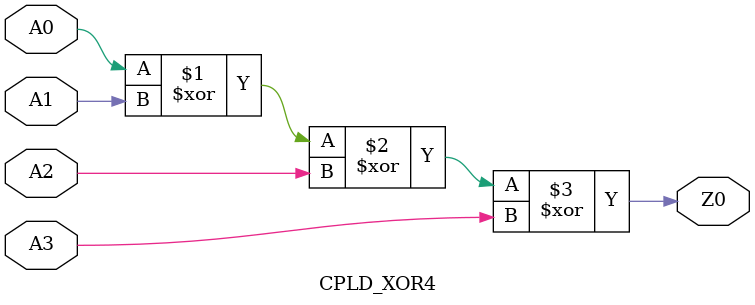
<source format=v>
module CPLD_XOR4 (Z0, A0, A1, A2, A3);

    input  A0;
    input  A1;
    input  A2;
    input  A3;

    output  Z0;

    xor INST1 (Z0, A0, A1, A2, A3);

endmodule

</source>
